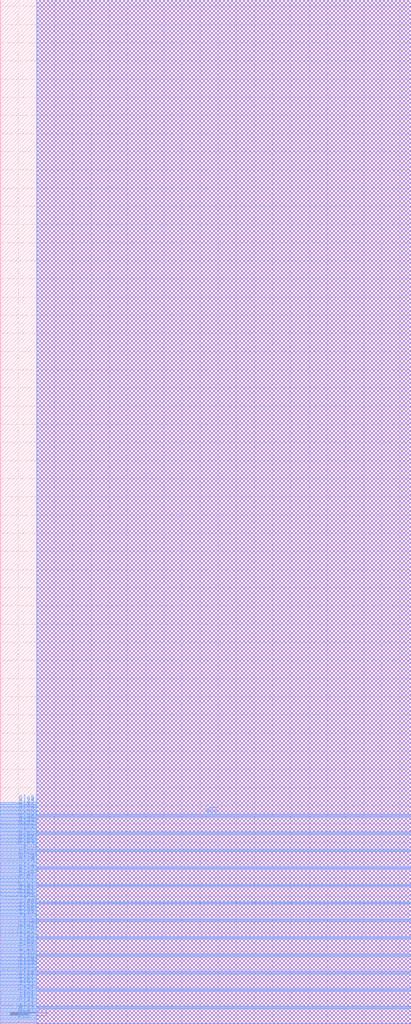
<source format=lef>
VERSION 5.6 ;
BUSBITCHARS "[]" ;
DIVIDERCHAR "/" ;

MACRO SRAM1RW128x46
  CLASS BLOCK ;
  ORIGIN 0 0 ;
  FOREIGN SRAM1RW128x46 0 0 ;
  SIZE 45.248 BY 112.728 ;
  SYMMETRY X Y ;
  SITE asap7sc7p5t ;
  PIN VDD
    DIRECTION INOUT ;
    USE POWER ;
    PORT 
      LAYER M4 ;
        RECT 0.0 1.632 45.248 1.728 ;
        RECT 0.0 3.552 45.248 3.648 ;
        RECT 0.0 5.472 45.248 5.568 ;
        RECT 0.0 7.392 45.248 7.488 ;
        RECT 0.0 9.312 45.248 9.408 ;
        RECT 0.0 11.232 45.248 11.328 ;
        RECT 0.0 13.152 45.248 13.248 ;
        RECT 0.0 15.072 45.248 15.168 ;
        RECT 0.0 16.992 45.248 17.088 ;
        RECT 0.0 18.912 45.248 19.008 ;
        RECT 0.0 20.832 45.248 20.928 ;
        RECT 0.0 22.752 45.248 22.848 ;
    END 
  END VDD
  PIN VSS
    DIRECTION INOUT ;
    USE GROUND ;
    PORT 
      LAYER M4 ;
        RECT 0.0 1.824 45.248 1.92 ;
        RECT 0.0 3.744 45.248 3.84 ;
        RECT 0.0 5.664 45.248 5.76 ;
        RECT 0.0 7.584 45.248 7.68 ;
        RECT 0.0 9.504 45.248 9.6 ;
        RECT 0.0 11.424 45.248 11.52 ;
        RECT 0.0 13.344 45.248 13.44 ;
        RECT 0.0 15.264 45.248 15.36 ;
        RECT 0.0 17.184 45.248 17.28 ;
        RECT 0.0 19.104 45.248 19.2 ;
        RECT 0.0 21.024 45.248 21.12 ;
        RECT 0.0 22.944 45.248 23.04 ;
    END 
  END VSS
  PIN CE
    DIRECTION INPUT ;
    USE SIGNAL ;
    PORT 
      LAYER M4 ;
        RECT 0.0 0.096 4.0 0.192 ;
    END 
  END CE
  PIN WEB
    DIRECTION INPUT ;
    USE SIGNAL ;
    PORT 
      LAYER M4 ;
        RECT 0.0 0.288 4.0 0.384 ;
    END 
  END WEB
  PIN OEB
    DIRECTION INPUT ;
    USE SIGNAL ;
    PORT 
      LAYER M4 ;
        RECT 0.0 0.48 4.0 0.576 ;
    END 
  END OEB
  PIN CSB
    DIRECTION INPUT ;
    USE SIGNAL ;
    PORT 
      LAYER M4 ;
        RECT 0.0 0.672 4.0 0.768 ;
    END 
  END CSB
  PIN A[0]
    DIRECTION INPUT ;
    USE SIGNAL ;
    PORT 
      LAYER M4 ;
        RECT 0.0 0.864 4.0 0.96 ;
    END 
  END A[0]
  PIN A[1]
    DIRECTION INPUT ;
    USE SIGNAL ;
    PORT 
      LAYER M4 ;
        RECT 0.0 1.056 4.0 1.152 ;
    END 
  END A[1]
  PIN A[2]
    DIRECTION INPUT ;
    USE SIGNAL ;
    PORT 
      LAYER M4 ;
        RECT 0.0 1.248 4.0 1.344 ;
    END 
  END A[2]
  PIN A[3]
    DIRECTION INPUT ;
    USE SIGNAL ;
    PORT 
      LAYER M4 ;
        RECT 0.0 1.44 4.0 1.536 ;
    END 
  END A[3]
  PIN A[4]
    DIRECTION INPUT ;
    USE SIGNAL ;
    PORT 
      LAYER M4 ;
        RECT 0.0 2.016 4.0 2.112 ;
    END 
  END A[4]
  PIN A[5]
    DIRECTION INPUT ;
    USE SIGNAL ;
    PORT 
      LAYER M4 ;
        RECT 0.0 2.208 4.0 2.304 ;
    END 
  END A[5]
  PIN A[6]
    DIRECTION INPUT ;
    USE SIGNAL ;
    PORT 
      LAYER M4 ;
        RECT 0.0 2.4 4.0 2.496 ;
    END 
  END A[6]
  PIN I[0]
    DIRECTION INPUT ;
    USE SIGNAL ;
    PORT 
      LAYER M4 ;
        RECT 0.0 2.592 4.0 2.688 ;
    END 
  END I[0]
  PIN I[1]
    DIRECTION INPUT ;
    USE SIGNAL ;
    PORT 
      LAYER M4 ;
        RECT 0.0 2.784 4.0 2.88 ;
    END 
  END I[1]
  PIN I[2]
    DIRECTION INPUT ;
    USE SIGNAL ;
    PORT 
      LAYER M4 ;
        RECT 0.0 2.976 4.0 3.072 ;
    END 
  END I[2]
  PIN I[3]
    DIRECTION INPUT ;
    USE SIGNAL ;
    PORT 
      LAYER M4 ;
        RECT 0.0 3.168 4.0 3.264 ;
    END 
  END I[3]
  PIN I[4]
    DIRECTION INPUT ;
    USE SIGNAL ;
    PORT 
      LAYER M4 ;
        RECT 0.0 3.36 4.0 3.456 ;
    END 
  END I[4]
  PIN I[5]
    DIRECTION INPUT ;
    USE SIGNAL ;
    PORT 
      LAYER M4 ;
        RECT 0.0 3.936 4.0 4.032 ;
    END 
  END I[5]
  PIN I[6]
    DIRECTION INPUT ;
    USE SIGNAL ;
    PORT 
      LAYER M4 ;
        RECT 0.0 4.128 4.0 4.224 ;
    END 
  END I[6]
  PIN I[7]
    DIRECTION INPUT ;
    USE SIGNAL ;
    PORT 
      LAYER M4 ;
        RECT 0.0 4.32 4.0 4.416 ;
    END 
  END I[7]
  PIN I[8]
    DIRECTION INPUT ;
    USE SIGNAL ;
    PORT 
      LAYER M4 ;
        RECT 0.0 4.512 4.0 4.608 ;
    END 
  END I[8]
  PIN I[9]
    DIRECTION INPUT ;
    USE SIGNAL ;
    PORT 
      LAYER M4 ;
        RECT 0.0 4.704 4.0 4.8 ;
    END 
  END I[9]
  PIN I[10]
    DIRECTION INPUT ;
    USE SIGNAL ;
    PORT 
      LAYER M4 ;
        RECT 0.0 4.896 4.0 4.992 ;
    END 
  END I[10]
  PIN I[11]
    DIRECTION INPUT ;
    USE SIGNAL ;
    PORT 
      LAYER M4 ;
        RECT 0.0 5.088 4.0 5.184 ;
    END 
  END I[11]
  PIN I[12]
    DIRECTION INPUT ;
    USE SIGNAL ;
    PORT 
      LAYER M4 ;
        RECT 0.0 5.28 4.0 5.376 ;
    END 
  END I[12]
  PIN I[13]
    DIRECTION INPUT ;
    USE SIGNAL ;
    PORT 
      LAYER M4 ;
        RECT 0.0 5.856 4.0 5.952 ;
    END 
  END I[13]
  PIN I[14]
    DIRECTION INPUT ;
    USE SIGNAL ;
    PORT 
      LAYER M4 ;
        RECT 0.0 6.048 4.0 6.144 ;
    END 
  END I[14]
  PIN I[15]
    DIRECTION INPUT ;
    USE SIGNAL ;
    PORT 
      LAYER M4 ;
        RECT 0.0 6.24 4.0 6.336 ;
    END 
  END I[15]
  PIN I[16]
    DIRECTION INPUT ;
    USE SIGNAL ;
    PORT 
      LAYER M4 ;
        RECT 0.0 6.432 4.0 6.528 ;
    END 
  END I[16]
  PIN I[17]
    DIRECTION INPUT ;
    USE SIGNAL ;
    PORT 
      LAYER M4 ;
        RECT 0.0 6.624 4.0 6.72 ;
    END 
  END I[17]
  PIN I[18]
    DIRECTION INPUT ;
    USE SIGNAL ;
    PORT 
      LAYER M4 ;
        RECT 0.0 6.816 4.0 6.912 ;
    END 
  END I[18]
  PIN I[19]
    DIRECTION INPUT ;
    USE SIGNAL ;
    PORT 
      LAYER M4 ;
        RECT 0.0 7.008 4.0 7.104 ;
    END 
  END I[19]
  PIN I[20]
    DIRECTION INPUT ;
    USE SIGNAL ;
    PORT 
      LAYER M4 ;
        RECT 0.0 7.2 4.0 7.296 ;
    END 
  END I[20]
  PIN I[21]
    DIRECTION INPUT ;
    USE SIGNAL ;
    PORT 
      LAYER M4 ;
        RECT 0.0 7.776 4.0 7.872 ;
    END 
  END I[21]
  PIN I[22]
    DIRECTION INPUT ;
    USE SIGNAL ;
    PORT 
      LAYER M4 ;
        RECT 0.0 7.968 4.0 8.064 ;
    END 
  END I[22]
  PIN I[23]
    DIRECTION INPUT ;
    USE SIGNAL ;
    PORT 
      LAYER M4 ;
        RECT 0.0 8.16 4.0 8.256 ;
    END 
  END I[23]
  PIN I[24]
    DIRECTION INPUT ;
    USE SIGNAL ;
    PORT 
      LAYER M4 ;
        RECT 0.0 8.352 4.0 8.448 ;
    END 
  END I[24]
  PIN I[25]
    DIRECTION INPUT ;
    USE SIGNAL ;
    PORT 
      LAYER M4 ;
        RECT 0.0 8.544 4.0 8.64 ;
    END 
  END I[25]
  PIN I[26]
    DIRECTION INPUT ;
    USE SIGNAL ;
    PORT 
      LAYER M4 ;
        RECT 0.0 8.736 4.0 8.832 ;
    END 
  END I[26]
  PIN I[27]
    DIRECTION INPUT ;
    USE SIGNAL ;
    PORT 
      LAYER M4 ;
        RECT 0.0 8.928 4.0 9.024 ;
    END 
  END I[27]
  PIN I[28]
    DIRECTION INPUT ;
    USE SIGNAL ;
    PORT 
      LAYER M4 ;
        RECT 0.0 9.12 4.0 9.216 ;
    END 
  END I[28]
  PIN I[29]
    DIRECTION INPUT ;
    USE SIGNAL ;
    PORT 
      LAYER M4 ;
        RECT 0.0 9.696 4.0 9.792 ;
    END 
  END I[29]
  PIN I[30]
    DIRECTION INPUT ;
    USE SIGNAL ;
    PORT 
      LAYER M4 ;
        RECT 0.0 9.888 4.0 9.984 ;
    END 
  END I[30]
  PIN I[31]
    DIRECTION INPUT ;
    USE SIGNAL ;
    PORT 
      LAYER M4 ;
        RECT 0.0 10.08 4.0 10.176 ;
    END 
  END I[31]
  PIN I[32]
    DIRECTION INPUT ;
    USE SIGNAL ;
    PORT 
      LAYER M4 ;
        RECT 0.0 10.272 4.0 10.368 ;
    END 
  END I[32]
  PIN I[33]
    DIRECTION INPUT ;
    USE SIGNAL ;
    PORT 
      LAYER M4 ;
        RECT 0.0 10.464 4.0 10.56 ;
    END 
  END I[33]
  PIN I[34]
    DIRECTION INPUT ;
    USE SIGNAL ;
    PORT 
      LAYER M4 ;
        RECT 0.0 10.656 4.0 10.752 ;
    END 
  END I[34]
  PIN I[35]
    DIRECTION INPUT ;
    USE SIGNAL ;
    PORT 
      LAYER M4 ;
        RECT 0.0 10.848 4.0 10.944 ;
    END 
  END I[35]
  PIN I[36]
    DIRECTION INPUT ;
    USE SIGNAL ;
    PORT 
      LAYER M4 ;
        RECT 0.0 11.04 4.0 11.136 ;
    END 
  END I[36]
  PIN I[37]
    DIRECTION INPUT ;
    USE SIGNAL ;
    PORT 
      LAYER M4 ;
        RECT 0.0 11.616 4.0 11.712 ;
    END 
  END I[37]
  PIN I[38]
    DIRECTION INPUT ;
    USE SIGNAL ;
    PORT 
      LAYER M4 ;
        RECT 0.0 11.808 4.0 11.904 ;
    END 
  END I[38]
  PIN I[39]
    DIRECTION INPUT ;
    USE SIGNAL ;
    PORT 
      LAYER M4 ;
        RECT 0.0 12.0 4.0 12.096 ;
    END 
  END I[39]
  PIN I[40]
    DIRECTION INPUT ;
    USE SIGNAL ;
    PORT 
      LAYER M4 ;
        RECT 0.0 12.192 4.0 12.288 ;
    END 
  END I[40]
  PIN I[41]
    DIRECTION INPUT ;
    USE SIGNAL ;
    PORT 
      LAYER M4 ;
        RECT 0.0 12.384 4.0 12.48 ;
    END 
  END I[41]
  PIN I[42]
    DIRECTION INPUT ;
    USE SIGNAL ;
    PORT 
      LAYER M4 ;
        RECT 0.0 12.576 4.0 12.672 ;
    END 
  END I[42]
  PIN I[43]
    DIRECTION INPUT ;
    USE SIGNAL ;
    PORT 
      LAYER M4 ;
        RECT 0.0 12.768 4.0 12.864 ;
    END 
  END I[43]
  PIN I[44]
    DIRECTION INPUT ;
    USE SIGNAL ;
    PORT 
      LAYER M4 ;
        RECT 0.0 12.96 4.0 13.056 ;
    END 
  END I[44]
  PIN I[45]
    DIRECTION INPUT ;
    USE SIGNAL ;
    PORT 
      LAYER M4 ;
        RECT 0.0 13.536 4.0 13.632 ;
    END 
  END I[45]
  PIN O[0]
    DIRECTION OUTPUT ;
    USE SIGNAL ;
    PORT 
      LAYER M4 ;
        RECT 0.0 13.728 4.0 13.824 ;
    END 
  END O[0]
  PIN O[1]
    DIRECTION OUTPUT ;
    USE SIGNAL ;
    PORT 
      LAYER M4 ;
        RECT 0.0 13.92 4.0 14.016 ;
    END 
  END O[1]
  PIN O[2]
    DIRECTION OUTPUT ;
    USE SIGNAL ;
    PORT 
      LAYER M4 ;
        RECT 0.0 14.112 4.0 14.208 ;
    END 
  END O[2]
  PIN O[3]
    DIRECTION OUTPUT ;
    USE SIGNAL ;
    PORT 
      LAYER M4 ;
        RECT 0.0 14.304 4.0 14.4 ;
    END 
  END O[3]
  PIN O[4]
    DIRECTION OUTPUT ;
    USE SIGNAL ;
    PORT 
      LAYER M4 ;
        RECT 0.0 14.496 4.0 14.592 ;
    END 
  END O[4]
  PIN O[5]
    DIRECTION OUTPUT ;
    USE SIGNAL ;
    PORT 
      LAYER M4 ;
        RECT 0.0 14.688 4.0 14.784 ;
    END 
  END O[5]
  PIN O[6]
    DIRECTION OUTPUT ;
    USE SIGNAL ;
    PORT 
      LAYER M4 ;
        RECT 0.0 14.88 4.0 14.976 ;
    END 
  END O[6]
  PIN O[7]
    DIRECTION OUTPUT ;
    USE SIGNAL ;
    PORT 
      LAYER M4 ;
        RECT 0.0 15.456 4.0 15.552 ;
    END 
  END O[7]
  PIN O[8]
    DIRECTION OUTPUT ;
    USE SIGNAL ;
    PORT 
      LAYER M4 ;
        RECT 0.0 15.648 4.0 15.744 ;
    END 
  END O[8]
  PIN O[9]
    DIRECTION OUTPUT ;
    USE SIGNAL ;
    PORT 
      LAYER M4 ;
        RECT 0.0 15.84 4.0 15.936 ;
    END 
  END O[9]
  PIN O[10]
    DIRECTION OUTPUT ;
    USE SIGNAL ;
    PORT 
      LAYER M4 ;
        RECT 0.0 16.032 4.0 16.128 ;
    END 
  END O[10]
  PIN O[11]
    DIRECTION OUTPUT ;
    USE SIGNAL ;
    PORT 
      LAYER M4 ;
        RECT 0.0 16.224 4.0 16.32 ;
    END 
  END O[11]
  PIN O[12]
    DIRECTION OUTPUT ;
    USE SIGNAL ;
    PORT 
      LAYER M4 ;
        RECT 0.0 16.416 4.0 16.512 ;
    END 
  END O[12]
  PIN O[13]
    DIRECTION OUTPUT ;
    USE SIGNAL ;
    PORT 
      LAYER M4 ;
        RECT 0.0 16.608 4.0 16.704 ;
    END 
  END O[13]
  PIN O[14]
    DIRECTION OUTPUT ;
    USE SIGNAL ;
    PORT 
      LAYER M4 ;
        RECT 0.0 16.8 4.0 16.896 ;
    END 
  END O[14]
  PIN O[15]
    DIRECTION OUTPUT ;
    USE SIGNAL ;
    PORT 
      LAYER M4 ;
        RECT 0.0 17.376 4.0 17.472 ;
    END 
  END O[15]
  PIN O[16]
    DIRECTION OUTPUT ;
    USE SIGNAL ;
    PORT 
      LAYER M4 ;
        RECT 0.0 17.568 4.0 17.664 ;
    END 
  END O[16]
  PIN O[17]
    DIRECTION OUTPUT ;
    USE SIGNAL ;
    PORT 
      LAYER M4 ;
        RECT 0.0 17.76 4.0 17.856 ;
    END 
  END O[17]
  PIN O[18]
    DIRECTION OUTPUT ;
    USE SIGNAL ;
    PORT 
      LAYER M4 ;
        RECT 0.0 17.952 4.0 18.048 ;
    END 
  END O[18]
  PIN O[19]
    DIRECTION OUTPUT ;
    USE SIGNAL ;
    PORT 
      LAYER M4 ;
        RECT 0.0 18.144 4.0 18.24 ;
    END 
  END O[19]
  PIN O[20]
    DIRECTION OUTPUT ;
    USE SIGNAL ;
    PORT 
      LAYER M4 ;
        RECT 0.0 18.336 4.0 18.432 ;
    END 
  END O[20]
  PIN O[21]
    DIRECTION OUTPUT ;
    USE SIGNAL ;
    PORT 
      LAYER M4 ;
        RECT 0.0 18.528 4.0 18.624 ;
    END 
  END O[21]
  PIN O[22]
    DIRECTION OUTPUT ;
    USE SIGNAL ;
    PORT 
      LAYER M4 ;
        RECT 0.0 18.72 4.0 18.816 ;
    END 
  END O[22]
  PIN O[23]
    DIRECTION OUTPUT ;
    USE SIGNAL ;
    PORT 
      LAYER M4 ;
        RECT 0.0 19.296 4.0 19.392 ;
    END 
  END O[23]
  PIN O[24]
    DIRECTION OUTPUT ;
    USE SIGNAL ;
    PORT 
      LAYER M4 ;
        RECT 0.0 19.488 4.0 19.584 ;
    END 
  END O[24]
  PIN O[25]
    DIRECTION OUTPUT ;
    USE SIGNAL ;
    PORT 
      LAYER M4 ;
        RECT 0.0 19.68 4.0 19.776 ;
    END 
  END O[25]
  PIN O[26]
    DIRECTION OUTPUT ;
    USE SIGNAL ;
    PORT 
      LAYER M4 ;
        RECT 0.0 19.872 4.0 19.968 ;
    END 
  END O[26]
  PIN O[27]
    DIRECTION OUTPUT ;
    USE SIGNAL ;
    PORT 
      LAYER M4 ;
        RECT 0.0 20.064 4.0 20.16 ;
    END 
  END O[27]
  PIN O[28]
    DIRECTION OUTPUT ;
    USE SIGNAL ;
    PORT 
      LAYER M4 ;
        RECT 0.0 20.256 4.0 20.352 ;
    END 
  END O[28]
  PIN O[29]
    DIRECTION OUTPUT ;
    USE SIGNAL ;
    PORT 
      LAYER M4 ;
        RECT 0.0 20.448 4.0 20.544 ;
    END 
  END O[29]
  PIN O[30]
    DIRECTION OUTPUT ;
    USE SIGNAL ;
    PORT 
      LAYER M4 ;
        RECT 0.0 20.64 4.0 20.736 ;
    END 
  END O[30]
  PIN O[31]
    DIRECTION OUTPUT ;
    USE SIGNAL ;
    PORT 
      LAYER M4 ;
        RECT 0.0 21.216 4.0 21.312 ;
    END 
  END O[31]
  PIN O[32]
    DIRECTION OUTPUT ;
    USE SIGNAL ;
    PORT 
      LAYER M4 ;
        RECT 0.0 21.408 4.0 21.504 ;
    END 
  END O[32]
  PIN O[33]
    DIRECTION OUTPUT ;
    USE SIGNAL ;
    PORT 
      LAYER M4 ;
        RECT 0.0 21.6 4.0 21.696 ;
    END 
  END O[33]
  PIN O[34]
    DIRECTION OUTPUT ;
    USE SIGNAL ;
    PORT 
      LAYER M4 ;
        RECT 0.0 21.792 4.0 21.888 ;
    END 
  END O[34]
  PIN O[35]
    DIRECTION OUTPUT ;
    USE SIGNAL ;
    PORT 
      LAYER M4 ;
        RECT 0.0 21.984 4.0 22.08 ;
    END 
  END O[35]
  PIN O[36]
    DIRECTION OUTPUT ;
    USE SIGNAL ;
    PORT 
      LAYER M4 ;
        RECT 0.0 22.176 4.0 22.272 ;
    END 
  END O[36]
  PIN O[37]
    DIRECTION OUTPUT ;
    USE SIGNAL ;
    PORT 
      LAYER M4 ;
        RECT 0.0 22.368 4.0 22.464 ;
    END 
  END O[37]
  PIN O[38]
    DIRECTION OUTPUT ;
    USE SIGNAL ;
    PORT 
      LAYER M4 ;
        RECT 0.0 22.56 4.0 22.656 ;
    END 
  END O[38]
  PIN O[39]
    DIRECTION OUTPUT ;
    USE SIGNAL ;
    PORT 
      LAYER M4 ;
        RECT 0.0 23.136 4.0 23.232 ;
    END 
  END O[39]
  PIN O[40]
    DIRECTION OUTPUT ;
    USE SIGNAL ;
    PORT 
      LAYER M4 ;
        RECT 0.0 23.328 4.0 23.424 ;
    END 
  END O[40]
  PIN O[41]
    DIRECTION OUTPUT ;
    USE SIGNAL ;
    PORT 
      LAYER M4 ;
        RECT 0.0 23.52 4.0 23.616 ;
    END 
  END O[41]
  PIN O[42]
    DIRECTION OUTPUT ;
    USE SIGNAL ;
    PORT 
      LAYER M4 ;
        RECT 0.0 23.712 4.0 23.808 ;
    END 
  END O[42]
  PIN O[43]
    DIRECTION OUTPUT ;
    USE SIGNAL ;
    PORT 
      LAYER M4 ;
        RECT 0.0 23.904 4.0 24.0 ;
    END 
  END O[43]
  PIN O[44]
    DIRECTION OUTPUT ;
    USE SIGNAL ;
    PORT 
      LAYER M4 ;
        RECT 0.0 24.096 4.0 24.192 ;
    END 
  END O[44]
  PIN O[45]
    DIRECTION OUTPUT ;
    USE SIGNAL ;
    PORT 
      LAYER M4 ;
        RECT 0.0 24.288 4.0 24.384 ;
    END 
  END O[45]
  OBS 
    LAYER M1 ;
      RECT 4.0 0.0 45.248 112.728 ;
    LAYER M2 ;
      RECT 4.0 0.0 45.248 112.728 ;
    LAYER M3 ;
      RECT 4.0 0.0 45.248 112.728 ;
  END 
END SRAM1RW128x46

END LIBRARY
</source>
